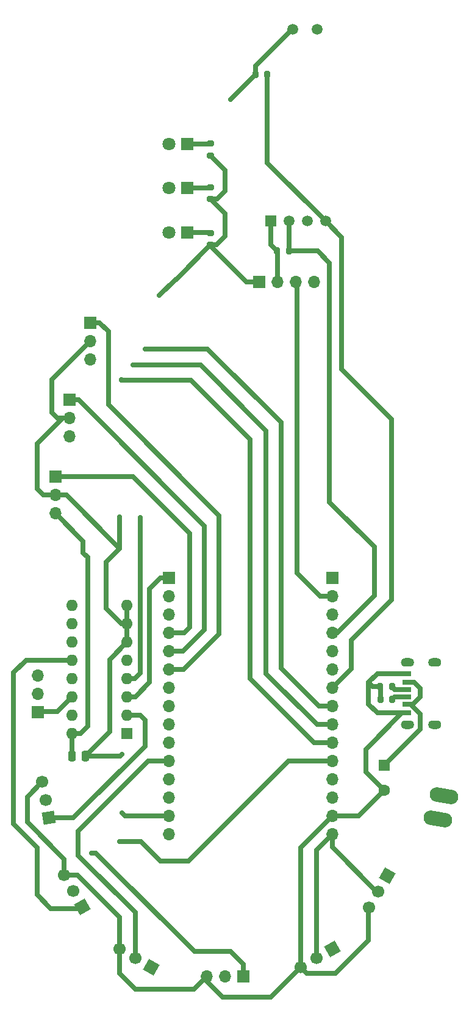
<source format=gbr>
%TF.GenerationSoftware,KiCad,Pcbnew,7.0.8*%
%TF.CreationDate,2024-08-01T15:22:41+02:00*%
%TF.ProjectId,Pflanzensensor,32303234-3036-4303-965f-50666c616e7a,rev?*%
%TF.SameCoordinates,Original*%
%TF.FileFunction,Copper,L1,Top*%
%TF.FilePolarity,Positive*%
%FSLAX46Y46*%
G04 Gerber Fmt 4.6, Leading zero omitted, Abs format (unit mm)*
G04 Created by KiCad (PCBNEW 7.0.8) date 2024-08-01 15:22:41*
%MOMM*%
%LPD*%
G01*
G04 APERTURE LIST*
G04 Aperture macros list*
%AMRoundRect*
0 Rectangle with rounded corners*
0 $1 Rounding radius*
0 $2 $3 $4 $5 $6 $7 $8 $9 X,Y pos of 4 corners*
0 Add a 4 corners polygon primitive as box body*
4,1,4,$2,$3,$4,$5,$6,$7,$8,$9,$2,$3,0*
0 Add four circle primitives for the rounded corners*
1,1,$1+$1,$2,$3*
1,1,$1+$1,$4,$5*
1,1,$1+$1,$6,$7*
1,1,$1+$1,$8,$9*
0 Add four rect primitives between the rounded corners*
20,1,$1+$1,$2,$3,$4,$5,0*
20,1,$1+$1,$4,$5,$6,$7,0*
20,1,$1+$1,$6,$7,$8,$9,0*
20,1,$1+$1,$8,$9,$2,$3,0*%
%AMHorizOval*
0 Thick line with rounded ends*
0 $1 width*
0 $2 $3 position (X,Y) of the first rounded end (center of the circle)*
0 $4 $5 position (X,Y) of the second rounded end (center of the circle)*
0 Add line between two ends*
20,1,$1,$2,$3,$4,$5,0*
0 Add two circle primitives to create the rounded ends*
1,1,$1,$2,$3*
1,1,$1,$4,$5*%
%AMRotRect*
0 Rectangle, with rotation*
0 The origin of the aperture is its center*
0 $1 length*
0 $2 width*
0 $3 Rotation angle, in degrees counterclockwise*
0 Add horizontal line*
21,1,$1,$2,0,0,$3*%
G04 Aperture macros list end*
%TA.AperFunction,EtchedComponent*%
%ADD10C,0.010000*%
%TD*%
%TA.AperFunction,SMDPad,CuDef*%
%ADD11RoundRect,0.200000X0.200000X0.275000X-0.200000X0.275000X-0.200000X-0.275000X0.200000X-0.275000X0*%
%TD*%
%TA.AperFunction,SMDPad,CuDef*%
%ADD12RoundRect,0.200000X-0.275000X0.200000X-0.275000X-0.200000X0.275000X-0.200000X0.275000X0.200000X0*%
%TD*%
%TA.AperFunction,ComponentPad*%
%ADD13HorizOval,2.000000X-0.984808X0.173648X0.984808X-0.173648X0*%
%TD*%
%TA.AperFunction,ComponentPad*%
%ADD14RotRect,1.700000X1.700000X330.000000*%
%TD*%
%TA.AperFunction,ComponentPad*%
%ADD15HorizOval,1.700000X0.000000X0.000000X0.000000X0.000000X0*%
%TD*%
%TA.AperFunction,ComponentPad*%
%ADD16R,1.800000X1.800000*%
%TD*%
%TA.AperFunction,ComponentPad*%
%ADD17C,1.800000*%
%TD*%
%TA.AperFunction,ComponentPad*%
%ADD18R,1.600000X1.600000*%
%TD*%
%TA.AperFunction,ComponentPad*%
%ADD19O,1.600000X1.600000*%
%TD*%
%TA.AperFunction,SMDPad,CuDef*%
%ADD20RoundRect,0.200000X-0.200000X-0.275000X0.200000X-0.275000X0.200000X0.275000X-0.200000X0.275000X0*%
%TD*%
%TA.AperFunction,SMDPad,CuDef*%
%ADD21RoundRect,0.250000X0.250000X0.475000X-0.250000X0.475000X-0.250000X-0.475000X0.250000X-0.475000X0*%
%TD*%
%TA.AperFunction,ComponentPad*%
%ADD22RotRect,1.700000X1.700000X240.000000*%
%TD*%
%TA.AperFunction,ComponentPad*%
%ADD23HorizOval,1.700000X0.000000X0.000000X0.000000X0.000000X0*%
%TD*%
%TA.AperFunction,ComponentPad*%
%ADD24RotRect,1.700000X1.700000X210.000000*%
%TD*%
%TA.AperFunction,ComponentPad*%
%ADD25HorizOval,1.700000X0.000000X0.000000X0.000000X0.000000X0*%
%TD*%
%TA.AperFunction,SMDPad,CuDef*%
%ADD26R,1.200000X0.700000*%
%TD*%
%TA.AperFunction,SMDPad,CuDef*%
%ADD27R,1.200000X0.760000*%
%TD*%
%TA.AperFunction,SMDPad,CuDef*%
%ADD28R,1.200000X0.800000*%
%TD*%
%TA.AperFunction,ComponentPad*%
%ADD29O,1.600000X0.800000*%
%TD*%
%TA.AperFunction,ComponentPad*%
%ADD30R,1.500000X1.500000*%
%TD*%
%TA.AperFunction,ComponentPad*%
%ADD31C,1.500000*%
%TD*%
%TA.AperFunction,ComponentPad*%
%ADD32R,1.700000X1.700000*%
%TD*%
%TA.AperFunction,ComponentPad*%
%ADD33O,1.700000X1.700000*%
%TD*%
%TA.AperFunction,ComponentPad*%
%ADD34RotRect,1.700000X1.700000X190.000000*%
%TD*%
%TA.AperFunction,ComponentPad*%
%ADD35HorizOval,1.700000X0.000000X0.000000X0.000000X0.000000X0*%
%TD*%
%TA.AperFunction,ComponentPad*%
%ADD36RotRect,1.700000X1.700000X300.000000*%
%TD*%
%TA.AperFunction,ComponentPad*%
%ADD37HorizOval,1.700000X0.000000X0.000000X0.000000X0.000000X0*%
%TD*%
%TA.AperFunction,ComponentPad*%
%ADD38C,1.600000*%
%TD*%
%TA.AperFunction,ViaPad*%
%ADD39C,0.700000*%
%TD*%
%TA.AperFunction,Conductor*%
%ADD40C,0.700000*%
%TD*%
G04 APERTURE END LIST*
%TO.C,Vin*%
D10*
X85989000Y-121991000D02*
X86017000Y-121993000D01*
X86046000Y-121997000D01*
X86074000Y-122002000D01*
X86102000Y-122009000D01*
X86130000Y-122017000D01*
X86157000Y-122027000D01*
X86184000Y-122038000D01*
X86210000Y-122050000D01*
X86235000Y-122064000D01*
X86260000Y-122079000D01*
X86283000Y-122095000D01*
X86306000Y-122113000D01*
X86328000Y-122131000D01*
X86349000Y-122151000D01*
X86369000Y-122172000D01*
X86387000Y-122194000D01*
X86405000Y-122217000D01*
X86421000Y-122240000D01*
X86436000Y-122265000D01*
X86450000Y-122290000D01*
X86462000Y-122316000D01*
X86473000Y-122343000D01*
X86483000Y-122370000D01*
X86491000Y-122398000D01*
X86498000Y-122426000D01*
X86503000Y-122454000D01*
X86507000Y-122483000D01*
X86509000Y-122511000D01*
X86510000Y-122540000D01*
X86509000Y-122569000D01*
X86507000Y-122597000D01*
X86503000Y-122626000D01*
X86498000Y-122654000D01*
X86491000Y-122682000D01*
X86483000Y-122710000D01*
X86473000Y-122737000D01*
X86462000Y-122764000D01*
X86450000Y-122790000D01*
X86436000Y-122815000D01*
X86421000Y-122840000D01*
X86405000Y-122863000D01*
X86387000Y-122886000D01*
X86369000Y-122908000D01*
X86349000Y-122929000D01*
X86328000Y-122949000D01*
X86306000Y-122967000D01*
X86283000Y-122985000D01*
X86260000Y-123001000D01*
X86235000Y-123016000D01*
X86210000Y-123030000D01*
X86184000Y-123042000D01*
X86157000Y-123053000D01*
X86130000Y-123063000D01*
X86102000Y-123071000D01*
X86074000Y-123078000D01*
X86046000Y-123083000D01*
X86017000Y-123087000D01*
X85989000Y-123089000D01*
X85960000Y-123090000D01*
X85360000Y-123090000D01*
X85331000Y-123089000D01*
X85303000Y-123087000D01*
X85274000Y-123083000D01*
X85246000Y-123078000D01*
X85218000Y-123071000D01*
X85190000Y-123063000D01*
X85163000Y-123053000D01*
X85136000Y-123042000D01*
X85110000Y-123030000D01*
X85085000Y-123016000D01*
X85060000Y-123001000D01*
X85037000Y-122985000D01*
X85014000Y-122967000D01*
X84992000Y-122949000D01*
X84971000Y-122929000D01*
X84951000Y-122908000D01*
X84933000Y-122886000D01*
X84915000Y-122863000D01*
X84899000Y-122840000D01*
X84884000Y-122815000D01*
X84870000Y-122790000D01*
X84858000Y-122764000D01*
X84847000Y-122737000D01*
X84837000Y-122710000D01*
X84829000Y-122682000D01*
X84822000Y-122654000D01*
X84817000Y-122626000D01*
X84813000Y-122597000D01*
X84811000Y-122569000D01*
X84810000Y-122540000D01*
X84811000Y-122511000D01*
X84813000Y-122483000D01*
X84817000Y-122454000D01*
X84822000Y-122426000D01*
X84829000Y-122398000D01*
X84837000Y-122370000D01*
X84847000Y-122343000D01*
X84858000Y-122316000D01*
X84870000Y-122290000D01*
X84884000Y-122265000D01*
X84899000Y-122240000D01*
X84915000Y-122217000D01*
X84933000Y-122194000D01*
X84951000Y-122172000D01*
X84971000Y-122151000D01*
X84992000Y-122131000D01*
X85014000Y-122113000D01*
X85037000Y-122095000D01*
X85060000Y-122079000D01*
X85085000Y-122064000D01*
X85110000Y-122050000D01*
X85136000Y-122038000D01*
X85163000Y-122027000D01*
X85190000Y-122017000D01*
X85218000Y-122009000D01*
X85246000Y-122002000D01*
X85274000Y-121997000D01*
X85303000Y-121993000D01*
X85331000Y-121991000D01*
X85360000Y-121990000D01*
X85960000Y-121990000D01*
X85989000Y-121991000D01*
%TA.AperFunction,EtchedComponent*%
G36*
X85989000Y-121991000D02*
G01*
X86017000Y-121993000D01*
X86046000Y-121997000D01*
X86074000Y-122002000D01*
X86102000Y-122009000D01*
X86130000Y-122017000D01*
X86157000Y-122027000D01*
X86184000Y-122038000D01*
X86210000Y-122050000D01*
X86235000Y-122064000D01*
X86260000Y-122079000D01*
X86283000Y-122095000D01*
X86306000Y-122113000D01*
X86328000Y-122131000D01*
X86349000Y-122151000D01*
X86369000Y-122172000D01*
X86387000Y-122194000D01*
X86405000Y-122217000D01*
X86421000Y-122240000D01*
X86436000Y-122265000D01*
X86450000Y-122290000D01*
X86462000Y-122316000D01*
X86473000Y-122343000D01*
X86483000Y-122370000D01*
X86491000Y-122398000D01*
X86498000Y-122426000D01*
X86503000Y-122454000D01*
X86507000Y-122483000D01*
X86509000Y-122511000D01*
X86510000Y-122540000D01*
X86509000Y-122569000D01*
X86507000Y-122597000D01*
X86503000Y-122626000D01*
X86498000Y-122654000D01*
X86491000Y-122682000D01*
X86483000Y-122710000D01*
X86473000Y-122737000D01*
X86462000Y-122764000D01*
X86450000Y-122790000D01*
X86436000Y-122815000D01*
X86421000Y-122840000D01*
X86405000Y-122863000D01*
X86387000Y-122886000D01*
X86369000Y-122908000D01*
X86349000Y-122929000D01*
X86328000Y-122949000D01*
X86306000Y-122967000D01*
X86283000Y-122985000D01*
X86260000Y-123001000D01*
X86235000Y-123016000D01*
X86210000Y-123030000D01*
X86184000Y-123042000D01*
X86157000Y-123053000D01*
X86130000Y-123063000D01*
X86102000Y-123071000D01*
X86074000Y-123078000D01*
X86046000Y-123083000D01*
X86017000Y-123087000D01*
X85989000Y-123089000D01*
X85960000Y-123090000D01*
X85360000Y-123090000D01*
X85331000Y-123089000D01*
X85303000Y-123087000D01*
X85274000Y-123083000D01*
X85246000Y-123078000D01*
X85218000Y-123071000D01*
X85190000Y-123063000D01*
X85163000Y-123053000D01*
X85136000Y-123042000D01*
X85110000Y-123030000D01*
X85085000Y-123016000D01*
X85060000Y-123001000D01*
X85037000Y-122985000D01*
X85014000Y-122967000D01*
X84992000Y-122949000D01*
X84971000Y-122929000D01*
X84951000Y-122908000D01*
X84933000Y-122886000D01*
X84915000Y-122863000D01*
X84899000Y-122840000D01*
X84884000Y-122815000D01*
X84870000Y-122790000D01*
X84858000Y-122764000D01*
X84847000Y-122737000D01*
X84837000Y-122710000D01*
X84829000Y-122682000D01*
X84822000Y-122654000D01*
X84817000Y-122626000D01*
X84813000Y-122597000D01*
X84811000Y-122569000D01*
X84810000Y-122540000D01*
X84811000Y-122511000D01*
X84813000Y-122483000D01*
X84817000Y-122454000D01*
X84822000Y-122426000D01*
X84829000Y-122398000D01*
X84837000Y-122370000D01*
X84847000Y-122343000D01*
X84858000Y-122316000D01*
X84870000Y-122290000D01*
X84884000Y-122265000D01*
X84899000Y-122240000D01*
X84915000Y-122217000D01*
X84933000Y-122194000D01*
X84951000Y-122172000D01*
X84971000Y-122151000D01*
X84992000Y-122131000D01*
X85014000Y-122113000D01*
X85037000Y-122095000D01*
X85060000Y-122079000D01*
X85085000Y-122064000D01*
X85110000Y-122050000D01*
X85136000Y-122038000D01*
X85163000Y-122027000D01*
X85190000Y-122017000D01*
X85218000Y-122009000D01*
X85246000Y-122002000D01*
X85274000Y-121997000D01*
X85303000Y-121993000D01*
X85331000Y-121991000D01*
X85360000Y-121990000D01*
X85960000Y-121990000D01*
X85989000Y-121991000D01*
G37*
%TD.AperFunction*%
X89789000Y-121991000D02*
X89817000Y-121993000D01*
X89846000Y-121997000D01*
X89874000Y-122002000D01*
X89902000Y-122009000D01*
X89930000Y-122017000D01*
X89957000Y-122027000D01*
X89984000Y-122038000D01*
X90010000Y-122050000D01*
X90035000Y-122064000D01*
X90060000Y-122079000D01*
X90083000Y-122095000D01*
X90106000Y-122113000D01*
X90128000Y-122131000D01*
X90149000Y-122151000D01*
X90169000Y-122172000D01*
X90187000Y-122194000D01*
X90205000Y-122217000D01*
X90221000Y-122240000D01*
X90236000Y-122265000D01*
X90250000Y-122290000D01*
X90262000Y-122316000D01*
X90273000Y-122343000D01*
X90283000Y-122370000D01*
X90291000Y-122398000D01*
X90298000Y-122426000D01*
X90303000Y-122454000D01*
X90307000Y-122483000D01*
X90309000Y-122511000D01*
X90310000Y-122540000D01*
X90309000Y-122569000D01*
X90307000Y-122597000D01*
X90303000Y-122626000D01*
X90298000Y-122654000D01*
X90291000Y-122682000D01*
X90283000Y-122710000D01*
X90273000Y-122737000D01*
X90262000Y-122764000D01*
X90250000Y-122790000D01*
X90236000Y-122815000D01*
X90221000Y-122840000D01*
X90205000Y-122863000D01*
X90187000Y-122886000D01*
X90169000Y-122908000D01*
X90149000Y-122929000D01*
X90128000Y-122949000D01*
X90106000Y-122967000D01*
X90083000Y-122985000D01*
X90060000Y-123001000D01*
X90035000Y-123016000D01*
X90010000Y-123030000D01*
X89984000Y-123042000D01*
X89957000Y-123053000D01*
X89930000Y-123063000D01*
X89902000Y-123071000D01*
X89874000Y-123078000D01*
X89846000Y-123083000D01*
X89817000Y-123087000D01*
X89789000Y-123089000D01*
X89760000Y-123090000D01*
X89160000Y-123090000D01*
X89131000Y-123089000D01*
X89103000Y-123087000D01*
X89074000Y-123083000D01*
X89046000Y-123078000D01*
X89018000Y-123071000D01*
X88990000Y-123063000D01*
X88963000Y-123053000D01*
X88936000Y-123042000D01*
X88910000Y-123030000D01*
X88885000Y-123016000D01*
X88860000Y-123001000D01*
X88837000Y-122985000D01*
X88814000Y-122967000D01*
X88792000Y-122949000D01*
X88771000Y-122929000D01*
X88751000Y-122908000D01*
X88733000Y-122886000D01*
X88715000Y-122863000D01*
X88699000Y-122840000D01*
X88684000Y-122815000D01*
X88670000Y-122790000D01*
X88658000Y-122764000D01*
X88647000Y-122737000D01*
X88637000Y-122710000D01*
X88629000Y-122682000D01*
X88622000Y-122654000D01*
X88617000Y-122626000D01*
X88613000Y-122597000D01*
X88611000Y-122569000D01*
X88610000Y-122540000D01*
X88611000Y-122511000D01*
X88613000Y-122483000D01*
X88617000Y-122454000D01*
X88622000Y-122426000D01*
X88629000Y-122398000D01*
X88637000Y-122370000D01*
X88647000Y-122343000D01*
X88658000Y-122316000D01*
X88670000Y-122290000D01*
X88684000Y-122265000D01*
X88699000Y-122240000D01*
X88715000Y-122217000D01*
X88733000Y-122194000D01*
X88751000Y-122172000D01*
X88771000Y-122151000D01*
X88792000Y-122131000D01*
X88814000Y-122113000D01*
X88837000Y-122095000D01*
X88860000Y-122079000D01*
X88885000Y-122064000D01*
X88910000Y-122050000D01*
X88936000Y-122038000D01*
X88963000Y-122027000D01*
X88990000Y-122017000D01*
X89018000Y-122009000D01*
X89046000Y-122002000D01*
X89074000Y-121997000D01*
X89103000Y-121993000D01*
X89131000Y-121991000D01*
X89160000Y-121990000D01*
X89760000Y-121990000D01*
X89789000Y-121991000D01*
%TA.AperFunction,EtchedComponent*%
G36*
X89789000Y-121991000D02*
G01*
X89817000Y-121993000D01*
X89846000Y-121997000D01*
X89874000Y-122002000D01*
X89902000Y-122009000D01*
X89930000Y-122017000D01*
X89957000Y-122027000D01*
X89984000Y-122038000D01*
X90010000Y-122050000D01*
X90035000Y-122064000D01*
X90060000Y-122079000D01*
X90083000Y-122095000D01*
X90106000Y-122113000D01*
X90128000Y-122131000D01*
X90149000Y-122151000D01*
X90169000Y-122172000D01*
X90187000Y-122194000D01*
X90205000Y-122217000D01*
X90221000Y-122240000D01*
X90236000Y-122265000D01*
X90250000Y-122290000D01*
X90262000Y-122316000D01*
X90273000Y-122343000D01*
X90283000Y-122370000D01*
X90291000Y-122398000D01*
X90298000Y-122426000D01*
X90303000Y-122454000D01*
X90307000Y-122483000D01*
X90309000Y-122511000D01*
X90310000Y-122540000D01*
X90309000Y-122569000D01*
X90307000Y-122597000D01*
X90303000Y-122626000D01*
X90298000Y-122654000D01*
X90291000Y-122682000D01*
X90283000Y-122710000D01*
X90273000Y-122737000D01*
X90262000Y-122764000D01*
X90250000Y-122790000D01*
X90236000Y-122815000D01*
X90221000Y-122840000D01*
X90205000Y-122863000D01*
X90187000Y-122886000D01*
X90169000Y-122908000D01*
X90149000Y-122929000D01*
X90128000Y-122949000D01*
X90106000Y-122967000D01*
X90083000Y-122985000D01*
X90060000Y-123001000D01*
X90035000Y-123016000D01*
X90010000Y-123030000D01*
X89984000Y-123042000D01*
X89957000Y-123053000D01*
X89930000Y-123063000D01*
X89902000Y-123071000D01*
X89874000Y-123078000D01*
X89846000Y-123083000D01*
X89817000Y-123087000D01*
X89789000Y-123089000D01*
X89760000Y-123090000D01*
X89160000Y-123090000D01*
X89131000Y-123089000D01*
X89103000Y-123087000D01*
X89074000Y-123083000D01*
X89046000Y-123078000D01*
X89018000Y-123071000D01*
X88990000Y-123063000D01*
X88963000Y-123053000D01*
X88936000Y-123042000D01*
X88910000Y-123030000D01*
X88885000Y-123016000D01*
X88860000Y-123001000D01*
X88837000Y-122985000D01*
X88814000Y-122967000D01*
X88792000Y-122949000D01*
X88771000Y-122929000D01*
X88751000Y-122908000D01*
X88733000Y-122886000D01*
X88715000Y-122863000D01*
X88699000Y-122840000D01*
X88684000Y-122815000D01*
X88670000Y-122790000D01*
X88658000Y-122764000D01*
X88647000Y-122737000D01*
X88637000Y-122710000D01*
X88629000Y-122682000D01*
X88622000Y-122654000D01*
X88617000Y-122626000D01*
X88613000Y-122597000D01*
X88611000Y-122569000D01*
X88610000Y-122540000D01*
X88611000Y-122511000D01*
X88613000Y-122483000D01*
X88617000Y-122454000D01*
X88622000Y-122426000D01*
X88629000Y-122398000D01*
X88637000Y-122370000D01*
X88647000Y-122343000D01*
X88658000Y-122316000D01*
X88670000Y-122290000D01*
X88684000Y-122265000D01*
X88699000Y-122240000D01*
X88715000Y-122217000D01*
X88733000Y-122194000D01*
X88751000Y-122172000D01*
X88771000Y-122151000D01*
X88792000Y-122131000D01*
X88814000Y-122113000D01*
X88837000Y-122095000D01*
X88860000Y-122079000D01*
X88885000Y-122064000D01*
X88910000Y-122050000D01*
X88936000Y-122038000D01*
X88963000Y-122027000D01*
X88990000Y-122017000D01*
X89018000Y-122009000D01*
X89046000Y-122002000D01*
X89074000Y-121997000D01*
X89103000Y-121993000D01*
X89131000Y-121991000D01*
X89160000Y-121990000D01*
X89760000Y-121990000D01*
X89789000Y-121991000D01*
G37*
%TD.AperFunction*%
X85989000Y-113351000D02*
X86017000Y-113353000D01*
X86046000Y-113357000D01*
X86074000Y-113362000D01*
X86102000Y-113369000D01*
X86130000Y-113377000D01*
X86157000Y-113387000D01*
X86184000Y-113398000D01*
X86210000Y-113410000D01*
X86235000Y-113424000D01*
X86260000Y-113439000D01*
X86283000Y-113455000D01*
X86306000Y-113473000D01*
X86328000Y-113491000D01*
X86349000Y-113511000D01*
X86369000Y-113532000D01*
X86387000Y-113554000D01*
X86405000Y-113577000D01*
X86421000Y-113600000D01*
X86436000Y-113625000D01*
X86450000Y-113650000D01*
X86462000Y-113676000D01*
X86473000Y-113703000D01*
X86483000Y-113730000D01*
X86491000Y-113758000D01*
X86498000Y-113786000D01*
X86503000Y-113814000D01*
X86507000Y-113843000D01*
X86509000Y-113871000D01*
X86510000Y-113900000D01*
X86509000Y-113929000D01*
X86507000Y-113957000D01*
X86503000Y-113986000D01*
X86498000Y-114014000D01*
X86491000Y-114042000D01*
X86483000Y-114070000D01*
X86473000Y-114097000D01*
X86462000Y-114124000D01*
X86450000Y-114150000D01*
X86436000Y-114175000D01*
X86421000Y-114200000D01*
X86405000Y-114223000D01*
X86387000Y-114246000D01*
X86369000Y-114268000D01*
X86349000Y-114289000D01*
X86328000Y-114309000D01*
X86306000Y-114327000D01*
X86283000Y-114345000D01*
X86260000Y-114361000D01*
X86235000Y-114376000D01*
X86210000Y-114390000D01*
X86184000Y-114402000D01*
X86157000Y-114413000D01*
X86130000Y-114423000D01*
X86102000Y-114431000D01*
X86074000Y-114438000D01*
X86046000Y-114443000D01*
X86017000Y-114447000D01*
X85989000Y-114449000D01*
X85960000Y-114450000D01*
X85360000Y-114450000D01*
X85331000Y-114449000D01*
X85303000Y-114447000D01*
X85274000Y-114443000D01*
X85246000Y-114438000D01*
X85218000Y-114431000D01*
X85190000Y-114423000D01*
X85163000Y-114413000D01*
X85136000Y-114402000D01*
X85110000Y-114390000D01*
X85085000Y-114376000D01*
X85060000Y-114361000D01*
X85037000Y-114345000D01*
X85014000Y-114327000D01*
X84992000Y-114309000D01*
X84971000Y-114289000D01*
X84951000Y-114268000D01*
X84933000Y-114246000D01*
X84915000Y-114223000D01*
X84899000Y-114200000D01*
X84884000Y-114175000D01*
X84870000Y-114150000D01*
X84858000Y-114124000D01*
X84847000Y-114097000D01*
X84837000Y-114070000D01*
X84829000Y-114042000D01*
X84822000Y-114014000D01*
X84817000Y-113986000D01*
X84813000Y-113957000D01*
X84811000Y-113929000D01*
X84810000Y-113900000D01*
X84811000Y-113871000D01*
X84813000Y-113843000D01*
X84817000Y-113814000D01*
X84822000Y-113786000D01*
X84829000Y-113758000D01*
X84837000Y-113730000D01*
X84847000Y-113703000D01*
X84858000Y-113676000D01*
X84870000Y-113650000D01*
X84884000Y-113625000D01*
X84899000Y-113600000D01*
X84915000Y-113577000D01*
X84933000Y-113554000D01*
X84951000Y-113532000D01*
X84971000Y-113511000D01*
X84992000Y-113491000D01*
X85014000Y-113473000D01*
X85037000Y-113455000D01*
X85060000Y-113439000D01*
X85085000Y-113424000D01*
X85110000Y-113410000D01*
X85136000Y-113398000D01*
X85163000Y-113387000D01*
X85190000Y-113377000D01*
X85218000Y-113369000D01*
X85246000Y-113362000D01*
X85274000Y-113357000D01*
X85303000Y-113353000D01*
X85331000Y-113351000D01*
X85360000Y-113350000D01*
X85960000Y-113350000D01*
X85989000Y-113351000D01*
%TA.AperFunction,EtchedComponent*%
G36*
X85989000Y-113351000D02*
G01*
X86017000Y-113353000D01*
X86046000Y-113357000D01*
X86074000Y-113362000D01*
X86102000Y-113369000D01*
X86130000Y-113377000D01*
X86157000Y-113387000D01*
X86184000Y-113398000D01*
X86210000Y-113410000D01*
X86235000Y-113424000D01*
X86260000Y-113439000D01*
X86283000Y-113455000D01*
X86306000Y-113473000D01*
X86328000Y-113491000D01*
X86349000Y-113511000D01*
X86369000Y-113532000D01*
X86387000Y-113554000D01*
X86405000Y-113577000D01*
X86421000Y-113600000D01*
X86436000Y-113625000D01*
X86450000Y-113650000D01*
X86462000Y-113676000D01*
X86473000Y-113703000D01*
X86483000Y-113730000D01*
X86491000Y-113758000D01*
X86498000Y-113786000D01*
X86503000Y-113814000D01*
X86507000Y-113843000D01*
X86509000Y-113871000D01*
X86510000Y-113900000D01*
X86509000Y-113929000D01*
X86507000Y-113957000D01*
X86503000Y-113986000D01*
X86498000Y-114014000D01*
X86491000Y-114042000D01*
X86483000Y-114070000D01*
X86473000Y-114097000D01*
X86462000Y-114124000D01*
X86450000Y-114150000D01*
X86436000Y-114175000D01*
X86421000Y-114200000D01*
X86405000Y-114223000D01*
X86387000Y-114246000D01*
X86369000Y-114268000D01*
X86349000Y-114289000D01*
X86328000Y-114309000D01*
X86306000Y-114327000D01*
X86283000Y-114345000D01*
X86260000Y-114361000D01*
X86235000Y-114376000D01*
X86210000Y-114390000D01*
X86184000Y-114402000D01*
X86157000Y-114413000D01*
X86130000Y-114423000D01*
X86102000Y-114431000D01*
X86074000Y-114438000D01*
X86046000Y-114443000D01*
X86017000Y-114447000D01*
X85989000Y-114449000D01*
X85960000Y-114450000D01*
X85360000Y-114450000D01*
X85331000Y-114449000D01*
X85303000Y-114447000D01*
X85274000Y-114443000D01*
X85246000Y-114438000D01*
X85218000Y-114431000D01*
X85190000Y-114423000D01*
X85163000Y-114413000D01*
X85136000Y-114402000D01*
X85110000Y-114390000D01*
X85085000Y-114376000D01*
X85060000Y-114361000D01*
X85037000Y-114345000D01*
X85014000Y-114327000D01*
X84992000Y-114309000D01*
X84971000Y-114289000D01*
X84951000Y-114268000D01*
X84933000Y-114246000D01*
X84915000Y-114223000D01*
X84899000Y-114200000D01*
X84884000Y-114175000D01*
X84870000Y-114150000D01*
X84858000Y-114124000D01*
X84847000Y-114097000D01*
X84837000Y-114070000D01*
X84829000Y-114042000D01*
X84822000Y-114014000D01*
X84817000Y-113986000D01*
X84813000Y-113957000D01*
X84811000Y-113929000D01*
X84810000Y-113900000D01*
X84811000Y-113871000D01*
X84813000Y-113843000D01*
X84817000Y-113814000D01*
X84822000Y-113786000D01*
X84829000Y-113758000D01*
X84837000Y-113730000D01*
X84847000Y-113703000D01*
X84858000Y-113676000D01*
X84870000Y-113650000D01*
X84884000Y-113625000D01*
X84899000Y-113600000D01*
X84915000Y-113577000D01*
X84933000Y-113554000D01*
X84951000Y-113532000D01*
X84971000Y-113511000D01*
X84992000Y-113491000D01*
X85014000Y-113473000D01*
X85037000Y-113455000D01*
X85060000Y-113439000D01*
X85085000Y-113424000D01*
X85110000Y-113410000D01*
X85136000Y-113398000D01*
X85163000Y-113387000D01*
X85190000Y-113377000D01*
X85218000Y-113369000D01*
X85246000Y-113362000D01*
X85274000Y-113357000D01*
X85303000Y-113353000D01*
X85331000Y-113351000D01*
X85360000Y-113350000D01*
X85960000Y-113350000D01*
X85989000Y-113351000D01*
G37*
%TD.AperFunction*%
X89789000Y-113351000D02*
X89817000Y-113353000D01*
X89846000Y-113357000D01*
X89874000Y-113362000D01*
X89902000Y-113369000D01*
X89930000Y-113377000D01*
X89957000Y-113387000D01*
X89984000Y-113398000D01*
X90010000Y-113410000D01*
X90035000Y-113424000D01*
X90060000Y-113439000D01*
X90083000Y-113455000D01*
X90106000Y-113473000D01*
X90128000Y-113491000D01*
X90149000Y-113511000D01*
X90169000Y-113532000D01*
X90187000Y-113554000D01*
X90205000Y-113577000D01*
X90221000Y-113600000D01*
X90236000Y-113625000D01*
X90250000Y-113650000D01*
X90262000Y-113676000D01*
X90273000Y-113703000D01*
X90283000Y-113730000D01*
X90291000Y-113758000D01*
X90298000Y-113786000D01*
X90303000Y-113814000D01*
X90307000Y-113843000D01*
X90309000Y-113871000D01*
X90310000Y-113900000D01*
X90309000Y-113929000D01*
X90307000Y-113957000D01*
X90303000Y-113986000D01*
X90298000Y-114014000D01*
X90291000Y-114042000D01*
X90283000Y-114070000D01*
X90273000Y-114097000D01*
X90262000Y-114124000D01*
X90250000Y-114150000D01*
X90236000Y-114175000D01*
X90221000Y-114200000D01*
X90205000Y-114223000D01*
X90187000Y-114246000D01*
X90169000Y-114268000D01*
X90149000Y-114289000D01*
X90128000Y-114309000D01*
X90106000Y-114327000D01*
X90083000Y-114345000D01*
X90060000Y-114361000D01*
X90035000Y-114376000D01*
X90010000Y-114390000D01*
X89984000Y-114402000D01*
X89957000Y-114413000D01*
X89930000Y-114423000D01*
X89902000Y-114431000D01*
X89874000Y-114438000D01*
X89846000Y-114443000D01*
X89817000Y-114447000D01*
X89789000Y-114449000D01*
X89760000Y-114450000D01*
X89160000Y-114450000D01*
X89131000Y-114449000D01*
X89103000Y-114447000D01*
X89074000Y-114443000D01*
X89046000Y-114438000D01*
X89018000Y-114431000D01*
X88990000Y-114423000D01*
X88963000Y-114413000D01*
X88936000Y-114402000D01*
X88910000Y-114390000D01*
X88885000Y-114376000D01*
X88860000Y-114361000D01*
X88837000Y-114345000D01*
X88814000Y-114327000D01*
X88792000Y-114309000D01*
X88771000Y-114289000D01*
X88751000Y-114268000D01*
X88733000Y-114246000D01*
X88715000Y-114223000D01*
X88699000Y-114200000D01*
X88684000Y-114175000D01*
X88670000Y-114150000D01*
X88658000Y-114124000D01*
X88647000Y-114097000D01*
X88637000Y-114070000D01*
X88629000Y-114042000D01*
X88622000Y-114014000D01*
X88617000Y-113986000D01*
X88613000Y-113957000D01*
X88611000Y-113929000D01*
X88610000Y-113900000D01*
X88611000Y-113871000D01*
X88613000Y-113843000D01*
X88617000Y-113814000D01*
X88622000Y-113786000D01*
X88629000Y-113758000D01*
X88637000Y-113730000D01*
X88647000Y-113703000D01*
X88658000Y-113676000D01*
X88670000Y-113650000D01*
X88684000Y-113625000D01*
X88699000Y-113600000D01*
X88715000Y-113577000D01*
X88733000Y-113554000D01*
X88751000Y-113532000D01*
X88771000Y-113511000D01*
X88792000Y-113491000D01*
X88814000Y-113473000D01*
X88837000Y-113455000D01*
X88860000Y-113439000D01*
X88885000Y-113424000D01*
X88910000Y-113410000D01*
X88936000Y-113398000D01*
X88963000Y-113387000D01*
X88990000Y-113377000D01*
X89018000Y-113369000D01*
X89046000Y-113362000D01*
X89074000Y-113357000D01*
X89103000Y-113353000D01*
X89131000Y-113351000D01*
X89160000Y-113350000D01*
X89760000Y-113350000D01*
X89789000Y-113351000D01*
%TA.AperFunction,EtchedComponent*%
G36*
X89789000Y-113351000D02*
G01*
X89817000Y-113353000D01*
X89846000Y-113357000D01*
X89874000Y-113362000D01*
X89902000Y-113369000D01*
X89930000Y-113377000D01*
X89957000Y-113387000D01*
X89984000Y-113398000D01*
X90010000Y-113410000D01*
X90035000Y-113424000D01*
X90060000Y-113439000D01*
X90083000Y-113455000D01*
X90106000Y-113473000D01*
X90128000Y-113491000D01*
X90149000Y-113511000D01*
X90169000Y-113532000D01*
X90187000Y-113554000D01*
X90205000Y-113577000D01*
X90221000Y-113600000D01*
X90236000Y-113625000D01*
X90250000Y-113650000D01*
X90262000Y-113676000D01*
X90273000Y-113703000D01*
X90283000Y-113730000D01*
X90291000Y-113758000D01*
X90298000Y-113786000D01*
X90303000Y-113814000D01*
X90307000Y-113843000D01*
X90309000Y-113871000D01*
X90310000Y-113900000D01*
X90309000Y-113929000D01*
X90307000Y-113957000D01*
X90303000Y-113986000D01*
X90298000Y-114014000D01*
X90291000Y-114042000D01*
X90283000Y-114070000D01*
X90273000Y-114097000D01*
X90262000Y-114124000D01*
X90250000Y-114150000D01*
X90236000Y-114175000D01*
X90221000Y-114200000D01*
X90205000Y-114223000D01*
X90187000Y-114246000D01*
X90169000Y-114268000D01*
X90149000Y-114289000D01*
X90128000Y-114309000D01*
X90106000Y-114327000D01*
X90083000Y-114345000D01*
X90060000Y-114361000D01*
X90035000Y-114376000D01*
X90010000Y-114390000D01*
X89984000Y-114402000D01*
X89957000Y-114413000D01*
X89930000Y-114423000D01*
X89902000Y-114431000D01*
X89874000Y-114438000D01*
X89846000Y-114443000D01*
X89817000Y-114447000D01*
X89789000Y-114449000D01*
X89760000Y-114450000D01*
X89160000Y-114450000D01*
X89131000Y-114449000D01*
X89103000Y-114447000D01*
X89074000Y-114443000D01*
X89046000Y-114438000D01*
X89018000Y-114431000D01*
X88990000Y-114423000D01*
X88963000Y-114413000D01*
X88936000Y-114402000D01*
X88910000Y-114390000D01*
X88885000Y-114376000D01*
X88860000Y-114361000D01*
X88837000Y-114345000D01*
X88814000Y-114327000D01*
X88792000Y-114309000D01*
X88771000Y-114289000D01*
X88751000Y-114268000D01*
X88733000Y-114246000D01*
X88715000Y-114223000D01*
X88699000Y-114200000D01*
X88684000Y-114175000D01*
X88670000Y-114150000D01*
X88658000Y-114124000D01*
X88647000Y-114097000D01*
X88637000Y-114070000D01*
X88629000Y-114042000D01*
X88622000Y-114014000D01*
X88617000Y-113986000D01*
X88613000Y-113957000D01*
X88611000Y-113929000D01*
X88610000Y-113900000D01*
X88611000Y-113871000D01*
X88613000Y-113843000D01*
X88617000Y-113814000D01*
X88622000Y-113786000D01*
X88629000Y-113758000D01*
X88637000Y-113730000D01*
X88647000Y-113703000D01*
X88658000Y-113676000D01*
X88670000Y-113650000D01*
X88684000Y-113625000D01*
X88699000Y-113600000D01*
X88715000Y-113577000D01*
X88733000Y-113554000D01*
X88751000Y-113532000D01*
X88771000Y-113511000D01*
X88792000Y-113491000D01*
X88814000Y-113473000D01*
X88837000Y-113455000D01*
X88860000Y-113439000D01*
X88885000Y-113424000D01*
X88910000Y-113410000D01*
X88936000Y-113398000D01*
X88963000Y-113387000D01*
X88990000Y-113377000D01*
X89018000Y-113369000D01*
X89046000Y-113362000D01*
X89074000Y-113357000D01*
X89103000Y-113353000D01*
X89131000Y-113351000D01*
X89160000Y-113350000D01*
X89760000Y-113350000D01*
X89789000Y-113351000D01*
G37*
%TD.AperFunction*%
%TD*%
D11*
%TO.P,R5,1*%
%TO.N,Net-(Vin1-CC1)*%
X83585000Y-119095000D03*
%TO.P,R5,2*%
%TO.N,Net-(-1-Pin_1)*%
X81935000Y-119095000D03*
%TD*%
D12*
%TO.P,RY1,1*%
%TO.N,Net-(LEDY1-K)*%
X58369005Y-48000746D03*
%TO.P,RY1,2*%
%TO.N,Net-(DH1-GND)*%
X58369005Y-49650746D03*
%TD*%
D13*
%TO.P,-,1,Pin_1*%
%TO.N,Net-(-1-Pin_1)*%
X89894005Y-135640746D03*
%TD*%
D11*
%TO.P,R1,1*%
%TO.N,Net-(DHT11-GND)*%
X66244005Y-32350746D03*
%TO.P,R1,2*%
%TO.N,Net-(IC1-X7)*%
X64594005Y-32350746D03*
%TD*%
D12*
%TO.P,RR1,1*%
%TO.N,Net-(LEDR1-K)*%
X58369005Y-41975746D03*
%TO.P,RR1,2*%
%TO.N,Net-(DH1-GND)*%
X58369005Y-43625746D03*
%TD*%
D14*
%TO.P,X5,1,Pin_1*%
%TO.N,Net-(IC1-X5)*%
X82906338Y-143544456D03*
D15*
%TO.P,X5,2,Pin_2*%
%TO.N,Net-(JX3-Pin_2)*%
X81636338Y-145744161D03*
%TO.P,X5,3,Pin_3*%
%TO.N,Net-(-1-Pin_1)*%
X80366338Y-147943865D03*
%TD*%
D16*
%TO.P,LEDR1,1,K*%
%TO.N,Net-(LEDR1-K)*%
X55169005Y-42025746D03*
D17*
%TO.P,LEDR1,2,A*%
%TO.N,Net-(ESP2-D7)*%
X52629005Y-42025746D03*
%TD*%
D11*
%TO.P,R6,1*%
%TO.N,Net-(Vin1-CC2)*%
X83560000Y-117320000D03*
%TO.P,R6,2*%
%TO.N,Net-(-1-Pin_1)*%
X81910000Y-117320000D03*
%TD*%
D18*
%TO.P,IC1,1,X4*%
%TO.N,Net-(IC1-X4)*%
X46789005Y-123805746D03*
D19*
%TO.P,IC1,2,X6*%
%TO.N,Net-(IC1-X6)*%
X46789005Y-121265746D03*
%TO.P,IC1,3,X*%
%TO.N,Net-(ESP1-A0)*%
X46789005Y-118725746D03*
%TO.P,IC1,4,X7*%
%TO.N,Net-(IC1-X7)*%
X46789005Y-116185746D03*
%TO.P,IC1,5,X5*%
%TO.N,Net-(IC1-X5)*%
X46789005Y-113645746D03*
%TO.P,IC1,6,INH*%
%TO.N,Net-(DH1-GND)*%
X46789005Y-111105746D03*
%TO.P,IC1,7,VEE*%
X46789005Y-108565746D03*
%TO.P,IC1,8,VSS*%
X46789005Y-106025746D03*
%TO.P,IC1,9,C*%
%TO.N,Net-(ESP2-D0)*%
X39169005Y-106025746D03*
%TO.P,IC1,10,B*%
%TO.N,Net-(ESP2-D4)*%
X39169005Y-108565746D03*
%TO.P,IC1,11,A*%
%TO.N,Net-(ESP2-D8)*%
X39169005Y-111105746D03*
%TO.P,IC1,12,X3*%
%TO.N,Net-(IC1-X3)*%
X39169005Y-113645746D03*
%TO.P,IC1,13,X0*%
%TO.N,Net-(IC1-X0)*%
X39169005Y-116185746D03*
%TO.P,IC1,14,X1*%
%TO.N,Net-(IC1-X1)*%
X39169005Y-118725746D03*
%TO.P,IC1,15,X2*%
%TO.N,Net-(IC1-X2)*%
X39169005Y-121265746D03*
%TO.P,IC1,16,VDD*%
%TO.N,Net-(DH1-VCC)*%
X39169005Y-123805746D03*
%TD*%
D20*
%TO.P,R2,1*%
%TO.N,Net-(DH1-VCC)*%
X67594005Y-56850746D03*
%TO.P,R2,2*%
%TO.N,Net-(DHT11-IO)*%
X69244005Y-56850746D03*
%TD*%
D21*
%TO.P,C2,1*%
%TO.N,Net-(DH1-GND)*%
X41019005Y-126925746D03*
%TO.P,C2,2*%
%TO.N,Net-(DH1-VCC)*%
X39119005Y-126925746D03*
%TD*%
D22*
%TO.P,X0,1,Pin_1*%
%TO.N,Net-(IC1-X0)*%
X50168219Y-156199385D03*
D23*
%TO.P,X0,2,Pin_2*%
%TO.N,Net-(DH1-VCC)*%
X47968514Y-154929385D03*
%TO.P,X0,3,Pin_3*%
%TO.N,Net-(-1-Pin_1)*%
X45768810Y-153659385D03*
%TD*%
D24*
%TO.P,X3,1,Pin_1*%
%TO.N,Net-(IC1-X3)*%
X40569005Y-147825746D03*
D25*
%TO.P,X3,2,Pin_2*%
%TO.N,Net-(JX3-Pin_2)*%
X39299005Y-145626041D03*
%TO.P,X3,3,Pin_3*%
%TO.N,Net-(-1-Pin_1)*%
X38029005Y-143426337D03*
%TD*%
D26*
%TO.P,Vin,A5*%
%TO.N,Net-(Vin1-CC1)*%
X85580000Y-118720000D03*
D27*
%TO.P,Vin,A9*%
%TO.N,Net-(+1-Pin_1)*%
X85580000Y-116700000D03*
D28*
%TO.P,Vin,A12*%
%TO.N,Net-(-1-Pin_1)*%
X85580000Y-115470000D03*
D26*
%TO.P,Vin,B5*%
%TO.N,Net-(Vin1-CC2)*%
X85580000Y-117720000D03*
D27*
%TO.P,Vin,B9*%
%TO.N,Net-(+1-Pin_1)*%
X85580000Y-119740000D03*
D28*
%TO.P,Vin,B12*%
%TO.N,Net-(-1-Pin_1)*%
X85580000Y-120970000D03*
D29*
%TO.P,Vin,S1*%
%TO.N,N/C*%
X85660000Y-122540000D03*
%TO.P,Vin,S2*%
X85660000Y-113900000D03*
%TO.P,Vin,S3*%
X89460000Y-122540000D03*
%TO.P,Vin,S4*%
X89460000Y-113900000D03*
%TD*%
D30*
%TO.P,DHT11,1,VCC*%
%TO.N,Net-(DH1-VCC)*%
X66695221Y-52675044D03*
D31*
%TO.P,DHT11,2,IO*%
%TO.N,Net-(DHT11-IO)*%
X69235221Y-52675044D03*
%TO.P,DHT11,3,NC*%
%TO.N,unconnected-(DHT11-NC-Pad3)*%
X71775221Y-52675044D03*
%TO.P,DHT11,4,GND*%
%TO.N,Net-(DHT11-GND)*%
X74315221Y-52675044D03*
%TD*%
D32*
%TO.P,X2,1,Pin_1*%
%TO.N,Net-(IC1-X2)*%
X62919005Y-157500746D03*
D33*
%TO.P,X2,2,Pin_2*%
%TO.N,Net-(JX3-Pin_2)*%
X60379005Y-157500746D03*
%TO.P,X2,3,Pin_3*%
%TO.N,Net-(-1-Pin_1)*%
X57839005Y-157500746D03*
%TD*%
D12*
%TO.P,RG1,1*%
%TO.N,Net-(LEDG1-K)*%
X58369005Y-54375746D03*
%TO.P,RG1,2*%
%TO.N,Net-(DH1-GND)*%
X58369005Y-56025746D03*
%TD*%
D34*
%TO.P,X6,1,Pin_1*%
%TO.N,Net-(IC1-X6)*%
X35894005Y-135500746D03*
D35*
%TO.P,X6,2,Pin_2*%
%TO.N,Net-(DH1-VCC)*%
X35452939Y-132999334D03*
%TO.P,X6,3,Pin_3*%
%TO.N,Net-(-1-Pin_1)*%
X35011872Y-130497923D03*
%TD*%
D36*
%TO.P,X4,1,Pin_1*%
%TO.N,Net-(IC1-X4)*%
X75293219Y-153674385D03*
D37*
%TO.P,X4,2,Pin_2*%
%TO.N,Net-(JX3-Pin_2)*%
X73093514Y-154944385D03*
%TO.P,X4,3,Pin_3*%
%TO.N,Net-(-1-Pin_1)*%
X70893810Y-156214385D03*
%TD*%
D32*
%TO.P,SD3,1,Pin_1*%
%TO.N,Net-(ESP1-SD3)*%
X36844005Y-88200746D03*
D33*
%TO.P,SD3,2,Pin_2*%
%TO.N,Net-(DH1-GND)*%
X36844005Y-90740746D03*
%TO.P,SD3,3,Pin_3*%
%TO.N,Net-(DH1-VCC)*%
X36844005Y-93280746D03*
%TD*%
D16*
%TO.P,LEDG1,1,K*%
%TO.N,Net-(LEDG1-K)*%
X55169005Y-54325746D03*
D17*
%TO.P,LEDG1,2,A*%
%TO.N,Net-(ESP2-D5)*%
X52629005Y-54325746D03*
%TD*%
D32*
%TO.P,ESP1,1,A0*%
%TO.N,Net-(ESP1-A0)*%
X52612605Y-102250746D03*
D33*
%TO.P,ESP1,2,RSV*%
%TO.N,unconnected-(ESP1-RSV-Pad2)*%
X52612605Y-104790746D03*
%TO.P,ESP1,3,RSV*%
%TO.N,unconnected-(ESP1-RSV-Pad3)*%
X52612605Y-107330746D03*
%TO.P,ESP1,4,SD3*%
%TO.N,Net-(ESP1-SD3)*%
X52612605Y-109870746D03*
%TO.P,ESP1,5,SD2*%
%TO.N,Net-(ESP1-SD2)*%
X52612605Y-112410746D03*
%TO.P,ESP1,6,SD1*%
%TO.N,Net-(ESP1-SD1)*%
X52612605Y-114950746D03*
%TO.P,ESP1,7,CMD*%
%TO.N,unconnected-(ESP1-CMD-Pad7)*%
X52612605Y-117490746D03*
%TO.P,ESP1,8,SD0*%
%TO.N,unconnected-(ESP1-SD0-Pad8)*%
X52612605Y-120030746D03*
%TO.P,ESP1,9,CLK*%
%TO.N,unconnected-(ESP1-CLK-Pad9)*%
X52612605Y-122570746D03*
%TO.P,ESP1,10,GND*%
%TO.N,unconnected-(ESP1-GND-Pad10)*%
X52612605Y-125110746D03*
%TO.P,ESP1,11,3V3*%
%TO.N,Net-(DH1-VCC)*%
X52612605Y-127650746D03*
%TO.P,ESP1,12,EN*%
%TO.N,unconnected-(ESP1-EN-Pad12)*%
X52612605Y-130190746D03*
%TO.P,ESP1,13,RST*%
%TO.N,unconnected-(ESP1-RST-Pad13)*%
X52612605Y-132730746D03*
%TO.P,ESP1,14,GND*%
%TO.N,Net-(DH1-GND)*%
X52612605Y-135270746D03*
%TO.P,ESP1,15,Vin*%
%TO.N,Net-(+1-Pin_1)*%
X52612605Y-137810746D03*
%TD*%
D13*
%TO.P,+,1,Pin_1*%
%TO.N,Net-(+1-Pin_1)*%
X90744005Y-132440746D03*
%TD*%
D32*
%TO.P,X1,1,Pin_1*%
%TO.N,Net-(IC1-X1)*%
X34369005Y-120855746D03*
D33*
%TO.P,X1,2,Pin_2*%
%TO.N,Net-(JX3-Pin_2)*%
X34369005Y-118315746D03*
%TO.P,X1,3,Pin_3*%
%TO.N,Net-(-1-Pin_1)*%
X34369005Y-115775746D03*
%TD*%
D32*
%TO.P,ESP2,1,D0*%
%TO.N,Net-(ESP2-D0)*%
X75244005Y-102250746D03*
D33*
%TO.P,ESP2,2,D1*%
%TO.N,Net-(DH1-SCL)*%
X75244005Y-104790746D03*
%TO.P,ESP2,3,D2*%
%TO.N,Net-(DH1-SDA)*%
X75244005Y-107330746D03*
%TO.P,ESP2,4,D3*%
%TO.N,Net-(DHT11-IO)*%
X75244005Y-109870746D03*
%TO.P,ESP2,5,D4*%
%TO.N,Net-(ESP2-D4)*%
X75244005Y-112410746D03*
%TO.P,ESP2,6,GND*%
%TO.N,Net-(DH1-VCC)*%
X75244005Y-114950746D03*
%TO.P,ESP2,7,3V3*%
%TO.N,Net-(DHT11-GND)*%
X75244005Y-117490746D03*
%TO.P,ESP2,8,D5*%
%TO.N,Net-(ESP2-D5)*%
X75244005Y-120030746D03*
%TO.P,ESP2,9,D6*%
%TO.N,Net-(ESP2-D6)*%
X75244005Y-122570746D03*
%TO.P,ESP2,10,D7*%
%TO.N,Net-(ESP2-D7)*%
X75244005Y-125110746D03*
%TO.P,ESP2,11,D8*%
%TO.N,Net-(ESP2-D8)*%
X75244005Y-127650746D03*
%TO.P,ESP2,12,RX*%
%TO.N,unconnected-(ESP2-RX-Pad12)*%
X75244005Y-130190746D03*
%TO.P,ESP2,13,TX*%
%TO.N,unconnected-(ESP2-TX-Pad13)*%
X75244005Y-132730746D03*
%TO.P,ESP2,14,GND*%
%TO.N,Net-(-1-Pin_1)*%
X75244005Y-135270746D03*
%TO.P,ESP2,15,3V3*%
%TO.N,Net-(JX3-Pin_2)*%
X75244005Y-137810746D03*
%TD*%
D31*
%TO.P,PHR1,1*%
%TO.N,Net-(DH1-VCC)*%
X73144005Y-26125746D03*
%TO.P,PHR1,2*%
%TO.N,Net-(IC1-X7)*%
X69744005Y-26125746D03*
%TD*%
D16*
%TO.P,LEDY1,1,K*%
%TO.N,Net-(LEDY1-K)*%
X55169005Y-48075746D03*
D17*
%TO.P,LEDY1,2,A*%
%TO.N,Net-(ESP2-D6)*%
X52629005Y-48075746D03*
%TD*%
D32*
%TO.P,SD2,1,Pin_1*%
%TO.N,Net-(ESP1-SD2)*%
X38769005Y-77525746D03*
D33*
%TO.P,SD2,2,Pin_2*%
%TO.N,Net-(DH1-GND)*%
X38769005Y-80065746D03*
%TO.P,SD2,3,Pin_3*%
%TO.N,Net-(DH1-VCC)*%
X38769005Y-82605746D03*
%TD*%
D32*
%TO.P,SD1,1,Pin_1*%
%TO.N,Net-(ESP1-SD1)*%
X41644005Y-66835746D03*
D33*
%TO.P,SD1,2,Pin_2*%
%TO.N,Net-(DH1-GND)*%
X41644005Y-69375746D03*
%TO.P,SD1,3,Pin_3*%
%TO.N,Net-(DH1-VCC)*%
X41644005Y-71915746D03*
%TD*%
D18*
%TO.P,C1,1*%
%TO.N,Net-(+1-Pin_1)*%
X82519005Y-128175746D03*
D38*
%TO.P,C1,2*%
%TO.N,Net-(-1-Pin_1)*%
X82519005Y-131675746D03*
%TD*%
D32*
%TO.P,DH1,1,GND*%
%TO.N,Net-(DH1-GND)*%
X65116580Y-61161484D03*
D33*
%TO.P,DH1,2,VCC*%
%TO.N,Net-(DH1-VCC)*%
X67656580Y-61161484D03*
%TO.P,DH1,3,SCL*%
%TO.N,Net-(DH1-SCL)*%
X70196580Y-61161484D03*
%TO.P,DH1,4,SDA*%
%TO.N,Net-(DH1-SDA)*%
X72736580Y-61161484D03*
%TD*%
D39*
%TO.N,Net-(DH1-VCC)*%
X40694005Y-98725746D03*
%TO.N,Net-(IC1-X7)*%
X48594005Y-93800746D03*
X61119005Y-35825746D03*
%TO.N,Net-(DH1-GND)*%
X51269005Y-63050746D03*
X46069005Y-134800746D03*
X45756505Y-93745746D03*
X46069005Y-126650746D03*
%TO.N,Net-(ESP2-D8)*%
X45769005Y-138775746D03*
%TO.N,Net-(IC1-X2)*%
X41819005Y-140375746D03*
%TO.N,Net-(ESP2-D5)*%
X49329005Y-70445746D03*
%TO.N,Net-(ESP2-D7)*%
X45949005Y-74675746D03*
%TO.N,Net-(ESP2-D6)*%
X47569005Y-72635746D03*
%TD*%
D40*
%TO.N,Net-(-1-Pin_1)*%
X82519005Y-131675746D02*
X79944005Y-129100746D01*
X79944005Y-129100746D02*
X79944005Y-126005995D01*
X79944005Y-126005995D02*
X84980000Y-120970000D01*
X84980000Y-120970000D02*
X85580000Y-120970000D01*
%TO.N,Net-(+1-Pin_1)*%
X82519005Y-128175746D02*
X87485000Y-123209751D01*
X87485000Y-123209751D02*
X87485000Y-121097182D01*
X87485000Y-121097182D02*
X86127818Y-119740000D01*
X86127818Y-119740000D02*
X85580000Y-119740000D01*
%TO.N,Net-(IC1-X6)*%
X39344005Y-135500746D02*
X35894005Y-135500746D01*
X49294005Y-121975746D02*
X49294005Y-125550746D01*
X48584005Y-121265746D02*
X49294005Y-121975746D01*
X49294005Y-125550746D02*
X39344005Y-135500746D01*
X46789005Y-121265746D02*
X48584005Y-121265746D01*
%TO.N,Net-(IC1-X1)*%
X37119005Y-120775746D02*
X34449005Y-120775746D01*
%TO.N,Net-(+1-Pin_1)*%
X87460000Y-118770000D02*
X86490000Y-119740000D01*
X87460000Y-117545000D02*
X87460000Y-118770000D01*
X86615000Y-116700000D02*
X87460000Y-117545000D01*
X86490000Y-119740000D02*
X85580000Y-119740000D01*
X85580000Y-116700000D02*
X86615000Y-116700000D01*
%TO.N,Net-(DH1-VCC)*%
X41319005Y-99350746D02*
X41319005Y-122820746D01*
X40694005Y-98725746D02*
X41319005Y-99350746D01*
X41319005Y-122820746D02*
X40334005Y-123805746D01*
X40019005Y-140700746D02*
X47968514Y-148650255D01*
X66695221Y-52675044D02*
X66695221Y-52551962D01*
X67656580Y-61161484D02*
X67656580Y-56913321D01*
X40694005Y-97130746D02*
X36844005Y-93280746D01*
X39169005Y-126875746D02*
X39119005Y-126925746D01*
X40694005Y-98725746D02*
X40694005Y-97130746D01*
X39169005Y-123805746D02*
X39169005Y-126875746D01*
X67594005Y-56850746D02*
X66695221Y-55951962D01*
X52612605Y-127650746D02*
X49694005Y-127650746D01*
X47968514Y-148650255D02*
X47968514Y-154929385D01*
X67656580Y-56913321D02*
X67594005Y-56850746D01*
X66695221Y-55951962D02*
X66695221Y-52675044D01*
X40334005Y-123805746D02*
X39169005Y-123805746D01*
X66695221Y-52551962D02*
X66594005Y-52450746D01*
X40019005Y-137325746D02*
X40019005Y-140700746D01*
X49694005Y-127650746D02*
X40019005Y-137325746D01*
%TO.N,Net-(DHT11-IO)*%
X69244005Y-56850746D02*
X73244005Y-56850746D01*
X74904005Y-91685746D02*
X81119005Y-97900746D01*
X73244005Y-56850746D02*
X74904005Y-58510746D01*
X69235221Y-52675044D02*
X69235221Y-56059530D01*
X69244005Y-56068314D02*
X69235221Y-56059530D01*
X74904005Y-58510746D02*
X74904005Y-91685746D01*
X75924005Y-109870746D02*
X75244005Y-109870746D01*
X69244005Y-56850746D02*
X69244005Y-56068314D01*
X81119005Y-97900746D02*
X81119005Y-104675746D01*
X81119005Y-104675746D02*
X75924005Y-109870746D01*
%TO.N,Net-(DHT11-GND)*%
X77919005Y-114815746D02*
X77919005Y-110825746D01*
X66244005Y-32350746D02*
X66244005Y-44603828D01*
X66244005Y-44603828D02*
X74315221Y-52675044D01*
X76574005Y-73280746D02*
X76574005Y-54933828D01*
X77919005Y-110825746D02*
X83494005Y-105250746D01*
X83494005Y-80200746D02*
X76574005Y-73280746D01*
X83494005Y-105250746D02*
X83494005Y-80200746D01*
X76574005Y-54933828D02*
X74315221Y-52675044D01*
X75244005Y-117490746D02*
X77919005Y-114815746D01*
%TO.N,Net-(IC1-X7)*%
X47834005Y-116185746D02*
X46789005Y-116185746D01*
X69694005Y-26125746D02*
X64594005Y-31225746D01*
X61119005Y-35825746D02*
X64594005Y-32350746D01*
X69744005Y-26125746D02*
X69694005Y-26125746D01*
X48594005Y-93800746D02*
X48594005Y-115425746D01*
X64594005Y-31225746D02*
X64594005Y-32350746D01*
X48594005Y-115425746D02*
X47834005Y-116185746D01*
%TO.N,Net-(LEDY1-K)*%
X55169005Y-48075746D02*
X58294005Y-48075746D01*
X55144005Y-48075746D02*
X55169005Y-48075746D01*
X58294005Y-48075746D02*
X58369005Y-48000746D01*
%TO.N,Net-(DH1-GND)*%
X60394005Y-45650746D02*
X60394005Y-48500746D01*
X45756505Y-93745746D02*
X45756505Y-98113246D01*
X36319005Y-79300746D02*
X37084005Y-80065746D01*
X43894005Y-99975746D02*
X45756505Y-98113246D01*
X59169005Y-56025746D02*
X58369005Y-56025746D01*
X46789005Y-111105746D02*
X46789005Y-108565746D01*
X58369005Y-43625746D02*
X60394005Y-45650746D01*
X46789005Y-111105746D02*
X44369005Y-113525746D01*
X41644005Y-69375746D02*
X36319005Y-74700746D01*
X51269005Y-63050746D02*
X53544005Y-60775746D01*
X53619005Y-60775746D02*
X58369005Y-56025746D01*
X38384005Y-90740746D02*
X45756505Y-98113246D01*
X59244005Y-49650746D02*
X58369005Y-49650746D01*
X58369005Y-49650746D02*
X60394005Y-51675746D01*
X43894005Y-106475746D02*
X43894005Y-99975746D01*
X45984005Y-108565746D02*
X43894005Y-106475746D01*
X36844005Y-90740746D02*
X38384005Y-90740746D01*
X65116580Y-61161484D02*
X63364743Y-61161484D01*
X41019005Y-126925746D02*
X45794005Y-126925746D01*
X53544005Y-60775746D02*
X53619005Y-60775746D01*
X46539005Y-135270746D02*
X46069005Y-134800746D01*
X45794005Y-126925746D02*
X46069005Y-126650746D01*
X60394005Y-54800746D02*
X59169005Y-56025746D01*
X38769005Y-80065746D02*
X37854005Y-80065746D01*
X58369005Y-56165746D02*
X58369005Y-56025746D01*
X44369005Y-123575746D02*
X41019005Y-126925746D01*
X63364743Y-61161484D02*
X58369005Y-56165746D01*
X35184005Y-90740746D02*
X36844005Y-90740746D01*
X36319005Y-74700746D02*
X36319005Y-79300746D01*
X34294005Y-89850746D02*
X35184005Y-90740746D01*
X34294005Y-83625746D02*
X34294005Y-89850746D01*
X60394005Y-51675746D02*
X60394005Y-54800746D01*
X46789005Y-108565746D02*
X45984005Y-108565746D01*
X37854005Y-80065746D02*
X34294005Y-83625746D01*
X37084005Y-80065746D02*
X38769005Y-80065746D01*
X52612605Y-135270746D02*
X46539005Y-135270746D01*
X60394005Y-48500746D02*
X59244005Y-49650746D01*
X46789005Y-108565746D02*
X46789005Y-106025746D01*
X44369005Y-113525746D02*
X44369005Y-123575746D01*
%TO.N,Net-(LEDR1-K)*%
X55169005Y-41750746D02*
X55144005Y-41725746D01*
X55169005Y-42025746D02*
X58319005Y-42025746D01*
X58319005Y-42025746D02*
X58369005Y-41975746D01*
X55169005Y-42025746D02*
X55169005Y-41750746D01*
%TO.N,Net-(LEDG1-K)*%
X58319005Y-54325746D02*
X58369005Y-54375746D01*
X55169005Y-54325746D02*
X58319005Y-54325746D01*
%TO.N,Net-(Vin1-CC2)*%
X83960000Y-117720000D02*
X83560000Y-117320000D01*
X85580000Y-117720000D02*
X83960000Y-117720000D01*
%TO.N,Net-(-1-Pin_1)*%
X39919596Y-143426337D02*
X45768810Y-149275551D01*
X80277644Y-152492107D02*
X80277644Y-148032559D01*
X45768810Y-153659385D02*
X45768810Y-157100551D01*
X81510000Y-120970000D02*
X85580000Y-120970000D01*
X57839005Y-157500746D02*
X57839005Y-158145746D01*
X80885000Y-117320000D02*
X80285000Y-116720000D01*
X38029005Y-143426337D02*
X39919596Y-143426337D01*
X81535000Y-115470000D02*
X80285000Y-116720000D01*
X81935000Y-119095000D02*
X81935000Y-117345000D01*
X75694005Y-157075746D02*
X80277644Y-152492107D01*
X80277644Y-148032559D02*
X80366338Y-147943865D01*
X81935000Y-117345000D02*
X81910000Y-117320000D01*
X32919005Y-136100746D02*
X38029005Y-141210746D01*
X71755171Y-157075746D02*
X75694005Y-157075746D01*
X80285000Y-116720000D02*
X80285000Y-119745000D01*
X81910000Y-117320000D02*
X80885000Y-117320000D01*
X85580000Y-115470000D02*
X81535000Y-115470000D01*
X35011872Y-130497923D02*
X32919005Y-132590790D01*
X70893810Y-156214385D02*
X71755171Y-157075746D01*
X60069005Y-160375746D02*
X66732449Y-160375746D01*
X56039005Y-159300746D02*
X57839005Y-157500746D01*
X45768810Y-157100551D02*
X47969005Y-159300746D01*
X57839005Y-158145746D02*
X60069005Y-160375746D01*
X80285000Y-119745000D02*
X81510000Y-120970000D01*
X75244005Y-135270746D02*
X78924005Y-135270746D01*
X32919005Y-132590790D02*
X32919005Y-136100746D01*
X66732449Y-160375746D02*
X70893810Y-156214385D01*
X70893810Y-156214385D02*
X70893810Y-139620941D01*
X45768810Y-149275551D02*
X45768810Y-153659385D01*
X70893810Y-139620941D02*
X75244005Y-135270746D01*
X47969005Y-159300746D02*
X56039005Y-159300746D01*
X78924005Y-135270746D02*
X82519005Y-131675746D01*
X38029005Y-141210746D02*
X38029005Y-143426337D01*
%TO.N,Net-(Vin1-CC1)*%
X83585000Y-119095000D02*
X83960000Y-118720000D01*
X83960000Y-118720000D02*
X85580000Y-118720000D01*
%TO.N,Net-(ESP1-A0)*%
X51369005Y-102250746D02*
X52612605Y-102250746D01*
X47919005Y-118725746D02*
X49919005Y-116725746D01*
X49919005Y-116725746D02*
X49919005Y-103700746D01*
X46789005Y-118725746D02*
X47919005Y-118725746D01*
X49919005Y-103700746D02*
X51369005Y-102250746D01*
%TO.N,Net-(ESP2-D8)*%
X45769005Y-138775746D02*
X48694005Y-138775746D01*
X69169005Y-127650746D02*
X75244005Y-127650746D01*
X48694005Y-138775746D02*
X51394005Y-141475746D01*
X51394005Y-141475746D02*
X55344005Y-141475746D01*
X55344005Y-141475746D02*
X69169005Y-127650746D01*
%TO.N,Net-(IC1-X3)*%
X32749005Y-113645746D02*
X31044005Y-115350746D01*
X39169005Y-113645746D02*
X32749005Y-113645746D01*
X34294005Y-139600746D02*
X34294005Y-146200746D01*
X34294005Y-146200746D02*
X36168219Y-148074960D01*
X31044005Y-136350746D02*
X34294005Y-139600746D01*
X31044005Y-115350746D02*
X31044005Y-136350746D01*
X40319791Y-148074960D02*
X40569005Y-147825746D01*
X36168219Y-148074960D02*
X40319791Y-148074960D01*
%TO.N,Net-(IC1-X1)*%
X34449005Y-120775746D02*
X34369005Y-120855746D01*
X39169005Y-118725746D02*
X37119005Y-120775746D01*
%TO.N,Net-(IC1-X2)*%
X62919005Y-155850746D02*
X62919005Y-157500746D01*
X56144005Y-154050746D02*
X61119005Y-154050746D01*
X41819005Y-140375746D02*
X42469005Y-140375746D01*
X42469005Y-140375746D02*
X56144005Y-154050746D01*
X61119005Y-154050746D02*
X62919005Y-155850746D01*
%TO.N,Net-(ESP2-D5)*%
X57939005Y-70445746D02*
X68144005Y-80650746D01*
X73449005Y-120030746D02*
X75244005Y-120030746D01*
X68144005Y-80650746D02*
X68144005Y-114725746D01*
X68144005Y-114725746D02*
X73449005Y-120030746D01*
X49329005Y-70445746D02*
X57939005Y-70445746D01*
%TO.N,Net-(ESP2-D7)*%
X72754005Y-125110746D02*
X75244005Y-125110746D01*
X55619005Y-74755746D02*
X63869005Y-83005746D01*
X46029005Y-74755746D02*
X55619005Y-74755746D01*
X45949005Y-74675746D02*
X46029005Y-74755746D01*
X63869005Y-116225746D02*
X72754005Y-125110746D01*
X63869005Y-83005746D02*
X63869005Y-116225746D01*
%TO.N,Net-(ESP2-D6)*%
X56959005Y-72705746D02*
X66094005Y-81840746D01*
X66094005Y-81840746D02*
X66094005Y-115475746D01*
X66094005Y-115475746D02*
X73189005Y-122570746D01*
X47639005Y-72705746D02*
X56959005Y-72705746D01*
X73189005Y-122570746D02*
X75244005Y-122570746D01*
X47569005Y-72635746D02*
X47639005Y-72705746D01*
%TO.N,Net-(DH1-SCL)*%
X73634005Y-104790746D02*
X70369005Y-101525746D01*
X70369005Y-101525746D02*
X70369005Y-61333909D01*
X75244005Y-104790746D02*
X73634005Y-104790746D01*
X70369005Y-61333909D02*
X70196580Y-61161484D01*
%TO.N,Net-(JX3-Pin_2)*%
X81390568Y-145744161D02*
X81636338Y-145744161D01*
X75244005Y-137810746D02*
X75244005Y-139597598D01*
X75244005Y-139597598D02*
X81390568Y-145744161D01*
X73093514Y-154944385D02*
X73093514Y-139961237D01*
X73093514Y-139961237D02*
X75244005Y-137810746D01*
%TO.N,Net-(ESP1-SD3)*%
X55469005Y-109075746D02*
X55469005Y-96075746D01*
X52612605Y-109870746D02*
X54674005Y-109870746D01*
X55469005Y-96075746D02*
X47594005Y-88200746D01*
X47594005Y-88200746D02*
X36844005Y-88200746D01*
X54674005Y-109870746D02*
X55469005Y-109075746D01*
%TO.N,Net-(ESP1-SD2)*%
X57544005Y-109400746D02*
X57544005Y-95000746D01*
X40069005Y-77525746D02*
X38769005Y-77525746D01*
X57544005Y-95000746D02*
X40069005Y-77525746D01*
X52622605Y-112400746D02*
X54544005Y-112400746D01*
X54544005Y-112400746D02*
X57544005Y-109400746D01*
X52612605Y-112410746D02*
X52622605Y-112400746D01*
%TO.N,Net-(ESP1-SD1)*%
X59569005Y-93550746D02*
X44194005Y-78175746D01*
X44194005Y-68050746D02*
X42979005Y-66835746D01*
X44194005Y-78175746D02*
X44194005Y-68050746D01*
X59569005Y-110025746D02*
X59569005Y-93550746D01*
X54644005Y-114950746D02*
X59569005Y-110025746D01*
X52612605Y-114950746D02*
X54644005Y-114950746D01*
X42979005Y-66835746D02*
X41644005Y-66835746D01*
%TD*%
M02*

</source>
